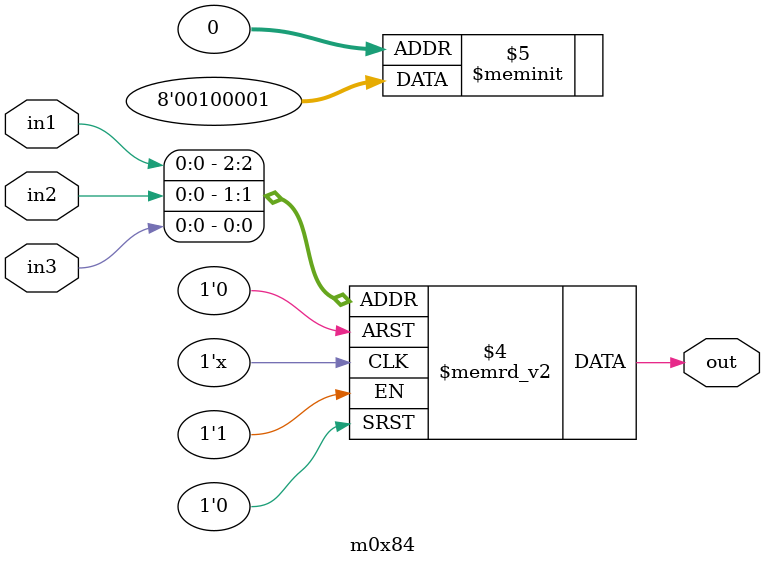
<source format=v>
module m0x84(output out, input in1, in2, in3);

   always @(in1, in2, in3)
     begin
        case({in1, in2, in3})
          3'b000: {out} = 1'b1;
          3'b001: {out} = 1'b0;
          3'b010: {out} = 1'b0;
          3'b011: {out} = 1'b0;
          3'b100: {out} = 1'b0;
          3'b101: {out} = 1'b1;
          3'b110: {out} = 1'b0;
          3'b111: {out} = 1'b0;
        endcase // case ({in1, in2, in3})
     end // always @ (in1, in2, in3)

endmodule // m0x84
</source>
